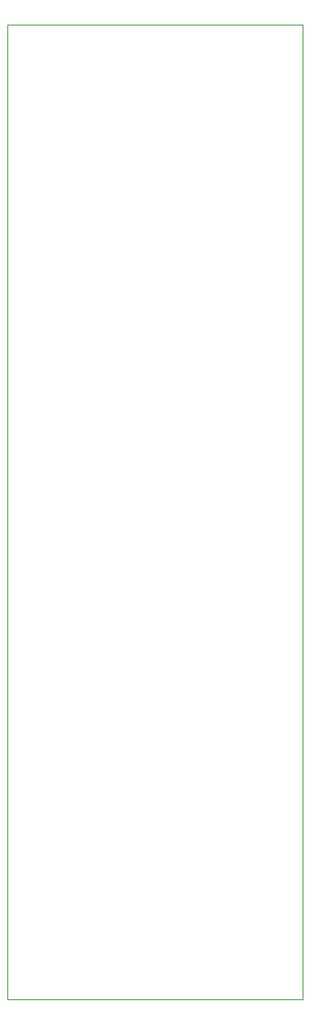
<source format=gbr>
%TF.GenerationSoftware,KiCad,Pcbnew,(5.1.6-0)*%
%TF.CreationDate,2022-12-01T22:05:58-05:00*%
%TF.ProjectId,MACRO,4d414352-4f2e-46b6-9963-61645f706362,rev?*%
%TF.SameCoordinates,Original*%
%TF.FileFunction,Profile,NP*%
%FSLAX46Y46*%
G04 Gerber Fmt 4.6, Leading zero omitted, Abs format (unit mm)*
G04 Created by KiCad (PCBNEW (5.1.6-0)) date 2022-12-01 22:05:58*
%MOMM*%
%LPD*%
G01*
G04 APERTURE LIST*
%TA.AperFunction,Profile*%
%ADD10C,0.050000*%
%TD*%
G04 APERTURE END LIST*
D10*
X88900000Y-146558000D02*
X88900000Y-46228000D01*
X58420000Y-146558000D02*
X88900000Y-146558000D01*
X58420000Y-46228000D02*
X58420000Y-146558000D01*
X88900000Y-46228000D02*
X58420000Y-46228000D01*
M02*

</source>
